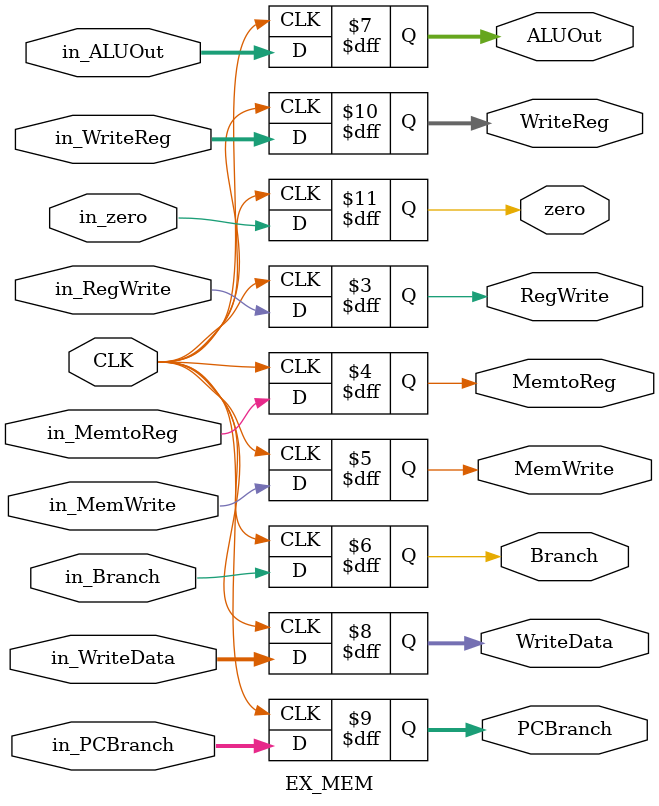
<source format=v>
`timescale 100fs/100fs

module EX_MEM(CLK,in_RegWrite,in_MemtoReg,in_MemWrite,in_Branch,RegWrite,MemtoReg,MemWrite,Branch,
in_ALUOut,in_zero,in_WriteData,in_WriteReg,in_PCBranch,ALUOut,zero,WriteData,WriteReg,PCBranch);

// input & output
input CLK;
input in_RegWrite,in_MemtoReg,in_MemWrite,in_Branch;
output reg RegWrite,MemtoReg,MemWrite,Branch;
input [31:0] in_ALUOut,in_WriteData,in_PCBranch;
output reg [31:0] ALUOut,WriteData,PCBranch;
input [4:0] in_WriteReg;
output reg [4:0] WriteReg;
input in_zero;
output reg zero;

initial begin
    RegWrite    <=    0    ;
    MemtoReg    <=    0    ;
    MemWrite    <=    0    ;
    Branch      <=    0    ;
    ALUOut      <=    0    ;
    zero        <=    0    ;
    WriteData   <=    0    ;
    WriteReg    <=    0    ;
    PCBranch    <=    0    ;
end

always @(posedge CLK) begin
    RegWrite    <=    in_RegWrite     ;
    MemtoReg    <=    in_MemtoReg     ;
    MemWrite    <=    in_MemWrite     ;
    Branch      <=    in_Branch       ;
    ALUOut      <=    in_ALUOut       ;
    zero        <=    in_zero         ;
    WriteData   <=    in_WriteData    ;
    WriteReg    <=    in_WriteReg     ;
    PCBranch    <=    in_PCBranch     ;
end

endmodule
</source>
